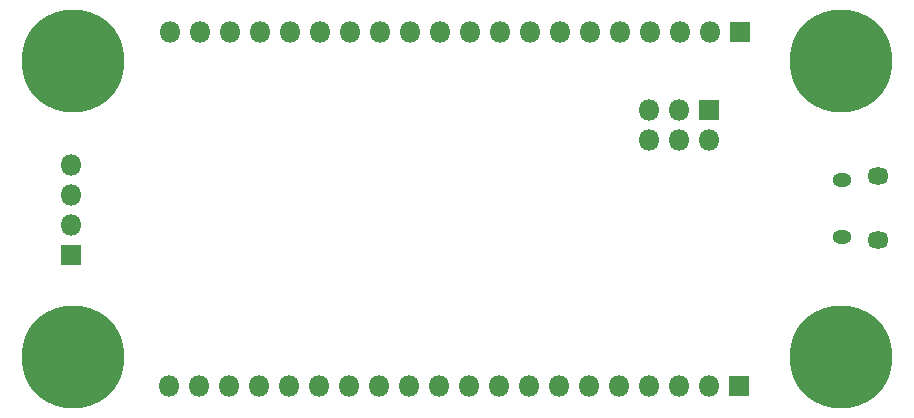
<source format=gbr>
%TF.GenerationSoftware,KiCad,Pcbnew,(5.1.6)-1*%
%TF.CreationDate,2021-01-24T21:28:57-06:00*%
%TF.ProjectId,nix-pill-v1,6e69782d-7069-46c6-9c2d-76312e6b6963,rev?*%
%TF.SameCoordinates,Original*%
%TF.FileFunction,Soldermask,Bot*%
%TF.FilePolarity,Negative*%
%FSLAX46Y46*%
G04 Gerber Fmt 4.6, Leading zero omitted, Abs format (unit mm)*
G04 Created by KiCad (PCBNEW (5.1.6)-1) date 2021-01-24 21:28:57*
%MOMM*%
%LPD*%
G01*
G04 APERTURE LIST*
%ADD10C,1.000000*%
%ADD11C,8.700000*%
%ADD12O,1.800000X1.800000*%
%ADD13R,1.800000X1.800000*%
%ADD14O,1.600000X1.200000*%
%ADD15O,1.800000X1.450000*%
G04 APERTURE END LIST*
D10*
%TO.C,H4*%
X107280419Y-127719581D03*
X105000000Y-126775000D03*
X102719581Y-127719581D03*
X101775000Y-130000000D03*
X102719581Y-132280419D03*
X105000000Y-133225000D03*
X107280419Y-132280419D03*
X108225000Y-130000000D03*
D11*
X105000000Y-130000000D03*
%TD*%
D10*
%TO.C,H3*%
X172280419Y-127719581D03*
X170000000Y-126775000D03*
X167719581Y-127719581D03*
X166775000Y-130000000D03*
X167719581Y-132280419D03*
X170000000Y-133225000D03*
X172280419Y-132280419D03*
X173225000Y-130000000D03*
D11*
X170000000Y-130000000D03*
%TD*%
D10*
%TO.C,H2*%
X172280419Y-102719581D03*
X170000000Y-101775000D03*
X167719581Y-102719581D03*
X166775000Y-105000000D03*
X167719581Y-107280419D03*
X170000000Y-108225000D03*
X172280419Y-107280419D03*
X173225000Y-105000000D03*
D11*
X170000000Y-105000000D03*
%TD*%
D10*
%TO.C,H1*%
X107280419Y-102719581D03*
X105000000Y-101775000D03*
X102719581Y-102719581D03*
X101775000Y-105000000D03*
X102719581Y-107280419D03*
X105000000Y-108225000D03*
X107280419Y-107280419D03*
X108225000Y-105000000D03*
D11*
X105000000Y-105000000D03*
%TD*%
D12*
%TO.C,J1*%
X113240000Y-102500000D03*
X115780000Y-102500000D03*
X118320000Y-102500000D03*
X120860000Y-102500000D03*
X123400000Y-102500000D03*
X125940000Y-102500000D03*
X128480000Y-102500000D03*
X131020000Y-102500000D03*
X133560000Y-102500000D03*
X136100000Y-102500000D03*
X138640000Y-102500000D03*
X141180000Y-102500000D03*
X143720000Y-102500000D03*
X146260000Y-102500000D03*
X148800000Y-102500000D03*
X151340000Y-102500000D03*
X153880000Y-102500000D03*
X156420000Y-102500000D03*
X158960000Y-102500000D03*
D13*
X161500000Y-102500000D03*
%TD*%
%TO.C,J2*%
X158860000Y-109100000D03*
D12*
X158860000Y-111640000D03*
X156320000Y-109100000D03*
X156320000Y-111640000D03*
X153780000Y-109100000D03*
X153780000Y-111640000D03*
%TD*%
D13*
%TO.C,J3*%
X161360000Y-132500000D03*
D12*
X158820000Y-132500000D03*
X156280000Y-132500000D03*
X153740000Y-132500000D03*
X151200000Y-132500000D03*
X148660000Y-132500000D03*
X146120000Y-132500000D03*
X143580000Y-132500000D03*
X141040000Y-132500000D03*
X138500000Y-132500000D03*
X135960000Y-132500000D03*
X133420000Y-132500000D03*
X130880000Y-132500000D03*
X128340000Y-132500000D03*
X125800000Y-132500000D03*
X123260000Y-132500000D03*
X120720000Y-132500000D03*
X118180000Y-132500000D03*
X115640000Y-132500000D03*
X113100000Y-132500000D03*
%TD*%
D13*
%TO.C,J4*%
X104800000Y-121400000D03*
D12*
X104800000Y-118860000D03*
X104800000Y-116320000D03*
X104800000Y-113780000D03*
%TD*%
D14*
%TO.C,J5*%
X170115000Y-119845000D03*
X170115000Y-115005000D03*
D15*
X173115000Y-120155000D03*
X173115000Y-114695000D03*
%TD*%
M02*

</source>
